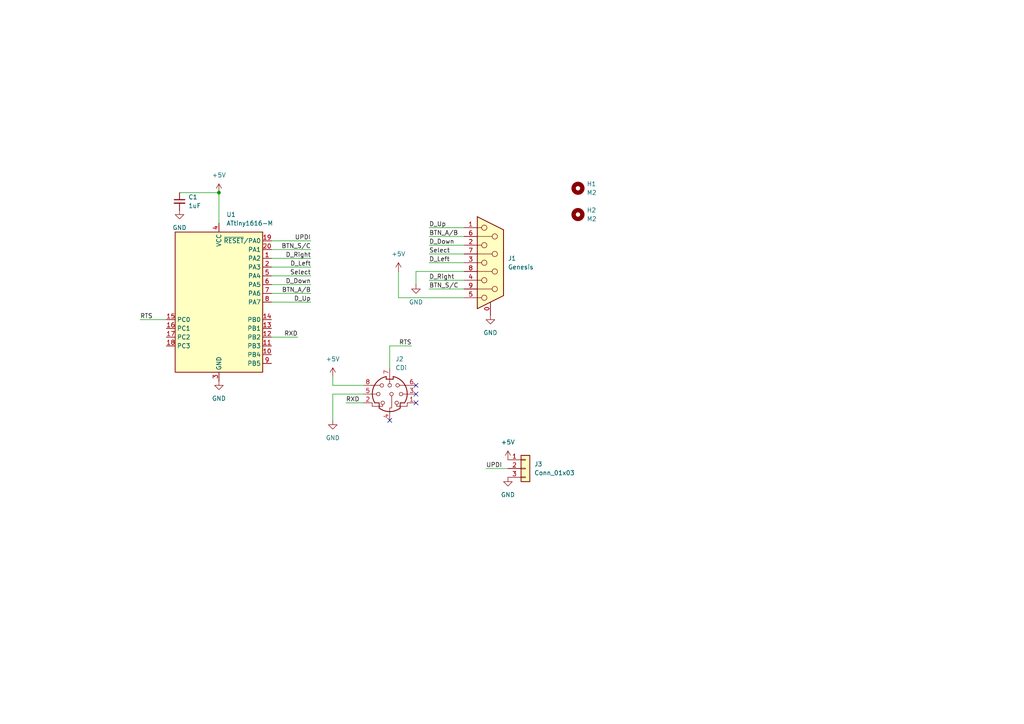
<source format=kicad_sch>
(kicad_sch (version 20250114) (generator "eeschema") (generator_version "9.0")
  (paper "A4")
  (lib_symbols
    (symbol "Connector:DE9_Socket_MountingHoles" (pin_names (offset 1.016) (hide yes))
      (property "Reference" "J" (at 0 16.51 0))
      (property "Value" "DE9_Socket_MountingHoles" (at 0 14.605 0))
      (symbol "DE9_Socket_MountingHoles_0_1"
        (polyline (pts (xy -3.81 13.335) (xy -3.81 -13.335) (xy 3.81 -9.525) (xy 3.81 9.525) (xy -3.81 13.335)) (stroke (width 0.254)) (fill (type background)))
        (polyline (pts (xy -3.81 10.16) (xy -2.54 10.16)))
        (polyline (pts (xy -3.81 7.62) (xy 0.508 7.62)))
        (polyline (pts (xy -3.81 5.08) (xy -2.54 5.08)))
        (polyline (pts (xy -3.81 2.54) (xy 0.508 2.54)))
        (polyline (pts (xy -3.81 0) (xy -2.54 0)))
        (polyline (pts (xy -3.81 -2.54) (xy 0.508 -2.54)))
        (polyline (pts (xy -3.81 -5.08) (xy -2.54 -5.08)))
        (polyline (pts (xy -3.81 -7.62) (xy 0.508 -7.62)))
        (polyline (pts (xy -3.81 -10.16) (xy -2.54 -10.16)))
        (circle (center -1.778 10.16) (radius 0.762))
        (circle (center -1.778 5.08) (radius 0.762))
        (circle (center -1.778 0) (radius 0.762))
        (circle (center -1.778 -5.08) (radius 0.762))
        (circle (center -1.778 -10.16) (radius 0.762))
        (circle (center 1.27 7.62) (radius 0.762))
        (circle (center 1.27 2.54) (radius 0.762))
        (circle (center 1.27 -2.54) (radius 0.762))
        (circle (center 1.27 -7.62) (radius 0.762))
      )
      (symbol "DE9_Socket_MountingHoles_1_1"
        (pin passive line (at -7.62 10.16 0) (length 3.81) (name "1") (number "1"))
        (pin passive line (at -7.62 7.62 0) (length 3.81) (name "6") (number "6"))
        (pin passive line (at -7.62 5.08 0) (length 3.81) (name "2") (number "2"))
        (pin passive line (at -7.62 2.54 0) (length 3.81) (name "7") (number "7"))
        (pin passive line (at -7.62 0 0) (length 3.81) (name "3") (number "3"))
        (pin passive line (at -7.62 -2.54 0) (length 3.81) (name "8") (number "8"))
        (pin passive line (at -7.62 -5.08 0) (length 3.81) (name "4") (number "4"))
        (pin passive line (at -7.62 -7.62 0) (length 3.81) (name "9") (number "9"))
        (pin passive line (at -7.62 -10.16 0) (length 3.81) (name "5") (number "5"))
        (pin passive line (at 0 -15.24 90) (length 3.81) (name "PAD") (number "0"))
      )
    )
    (symbol "Connector:Mini-DIN-8" (pin_names (offset 1.016))
      (property "Reference" "J2" (at 1.6511 10.16 0))
      (property "Value" "CDi" (at 1.6511 7.62 0))
      (symbol "Mini-DIN-8_0_1"
        (polyline (pts (xy -4.318 -2.54) (xy -3.048 -2.54) (xy -3.048 -4.064)) (stroke (width 0.254)))
        (polyline (pts (xy -3.81 0) (xy -5.08 0)))
        (circle (center -3.302 0) (radius 0.508))
        (polyline (pts (xy -2.794 2.54) (xy -5.334 2.54)))
        (circle (center -2.286 2.5146) (radius 0.508))
        (circle (center -2.032 -2.54) (radius 0.508))
        (polyline (pts (xy -2.032 -3.048) (xy -2.032 -3.556) (xy -5.08 -3.556) (xy -5.08 -2.54)))
        (polyline (pts (xy -1.016 5.08) (xy -1.016 4.318) (xy 1.016 4.318) (xy 1.016 5.08)) (stroke (width 0.254)))
        (polyline (pts (xy 0 5.1054) (xy 0 3.048)))
        (circle (center 0 2.54) (radius 0.508))
        (arc (start 3.048 -4.064) (mid 0 -5.08) (end -3.048 -4.064) (stroke (width 0.254)))
        (arc (start 1.016 5.08) (mid 4.6646 2.1356) (end 4.318 -2.54) (stroke (width 0.254)))
        (arc (start -4.318 -2.54) (mid -4.6241 2.1181) (end -1.016 5.08) (stroke (width 0.254)))
        (polyline (pts (xy 0.5842 -0.508) (xy 0.5842 -4.0132) (xy 0 -4.0132) (xy 0 -5.1816)))
        (circle (center 2.032 -2.54) (radius 0.508))
        (polyline (pts (xy 2.032 -3.048) (xy 2.032 -3.556) (xy 5.08 -3.556) (xy 5.08 -2.54)))
        (circle (center 2.286 2.54) (radius 0.508))
        (polyline (pts (xy 2.794 2.54) (xy 5.08 2.54)))
        (circle (center 3.302 0) (radius 0.508))
        (polyline (pts (xy 4.318 -2.54) (xy 3.048 -2.54) (xy 3.048 -4.064)) (stroke (width 0.254)))
        (polyline (pts (xy 5.08 0) (xy 3.81 0)))
      )
      (symbol "Mini-DIN-8_1_1"
        (circle (center 0.5334 0) (radius 0.508))
        (pin passive line (at -7.62 2.54 0) (length 2.54) (name "~") (number "8"))
        (pin passive line (at -7.62 0 0) (length 2.54) (name "~") (number "5"))
        (pin passive line (at -7.62 0 0) (length 2.54) (hide yes) (name "~") (number "MP"))
        (pin passive line (at -7.62 -2.54 0) (length 2.54) (name "~") (number "2"))
        (pin passive line (at 0 7.62 270) (length 2.54) (name "~") (number "7"))
        (pin passive line (at 0 -7.62 90) (length 2.54) (name "~") (number "4"))
        (pin passive line (at 7.62 2.54 180) (length 2.54) (name "~") (number "6"))
        (pin passive line (at 7.62 0 180) (length 2.54) (name "~") (number "3"))
        (pin passive line (at 7.62 -2.54 180) (length 2.54) (name "~") (number "1"))
      )
    )
    (symbol "Connector_Generic:Conn_01x03" (pin_names (offset 1.016) (hide yes))
      (property "Reference" "J" (at 0 5.08 0))
      (property "Value" "Conn_01x03" (at 0 -5.08 0))
      (symbol "Conn_01x03_1_1"
        (rectangle (start -1.27 3.81) (end 1.27 -3.81) (stroke (width 0.254)) (fill (type background)))
        (rectangle (start -1.27 2.667) (end 0 2.413) (stroke (width 0.1524)))
        (rectangle (start -1.27 0.127) (end 0 -0.127) (stroke (width 0.1524)))
        (rectangle (start -1.27 -2.413) (end 0 -2.667) (stroke (width 0.1524)))
        (pin passive line (at -5.08 2.54 0) (length 3.81) (name "Pin_1") (number "1"))
        (pin passive line (at -5.08 0 0) (length 3.81) (name "Pin_2") (number "2"))
        (pin passive line (at -5.08 -2.54 0) (length 3.81) (name "Pin_3") (number "3"))
      )
    )
    (symbol "Device:C_Small" (pin_numbers (hide yes)) (pin_names (offset 0.254) (hide yes))
      (property "Reference" "C" (at 0.254 1.778 0))
      (property "Value" "C_Small" (at 0.254 -2.032 0))
      (symbol "C_Small_0_1"
        (polyline (pts (xy -1.524 0.508) (xy 1.524 0.508)) (stroke (width 0.3048)))
        (polyline (pts (xy -1.524 -0.508) (xy 1.524 -0.508)) (stroke (width 0.3302)))
      )
      (symbol "C_Small_1_1"
        (pin passive line (at 0 2.54 270) (length 2.032) (name "~") (number "1"))
        (pin passive line (at 0 -2.54 90) (length 2.032) (name "~") (number "2"))
      )
    )
    (symbol "MCU_Microchip_ATtiny:ATtiny1616-M"
      (property "Reference" "U" (at -12.7 21.59 0))
      (property "Value" "ATtiny1616-M" (at 2.54 -21.59 0))
      (symbol "ATtiny1616-M_0_1"
        (rectangle (start -12.7 -20.32) (end 12.7 20.32) (stroke (width 0.254)) (fill (type background)))
      )
      (symbol "ATtiny1616-M_1_1"
        (pin bidirectional line (at -15.24 -5.08 0) (length 2.54) (name "PC0") (number "15"))
        (pin bidirectional line (at -15.24 -7.62 0) (length 2.54) (name "PC1") (number "16"))
        (pin bidirectional line (at -15.24 -10.16 0) (length 2.54) (name "PC2") (number "17"))
        (pin bidirectional line (at -15.24 -12.7 0) (length 2.54) (name "PC3") (number "18"))
        (pin power_in line (at 0 22.86 270) (length 2.54) (name "VCC") (number "4"))
        (pin passive line (at 0 -22.86 90) (length 2.54) (hide yes) (name "GND") (number "21"))
        (pin power_in line (at 0 -22.86 90) (length 2.54) (name "GND") (number "3"))
        (pin bidirectional line (at 15.24 17.78 180) (length 2.54) (name "~{RESET}/PA0") (number "19"))
        (pin bidirectional line (at 15.24 15.24 180) (length 2.54) (name "PA1") (number "20"))
        (pin bidirectional line (at 15.24 12.7 180) (length 2.54) (name "PA2") (number "1"))
        (pin bidirectional line (at 15.24 10.16 180) (length 2.54) (name "PA3") (number "2"))
        (pin bidirectional line (at 15.24 7.62 180) (length 2.54) (name "PA4") (number "5"))
        (pin bidirectional line (at 15.24 5.08 180) (length 2.54) (name "PA5") (number "6"))
        (pin bidirectional line (at 15.24 2.54 180) (length 2.54) (name "PA6") (number "7"))
        (pin bidirectional line (at 15.24 0 180) (length 2.54) (name "PA7") (number "8"))
        (pin bidirectional line (at 15.24 -5.08 180) (length 2.54) (name "PB0") (number "14"))
        (pin bidirectional line (at 15.24 -7.62 180) (length 2.54) (name "PB1") (number "13"))
        (pin bidirectional line (at 15.24 -10.16 180) (length 2.54) (name "PB2") (number "12"))
        (pin bidirectional line (at 15.24 -12.7 180) (length 2.54) (name "PB3") (number "11"))
        (pin bidirectional line (at 15.24 -15.24 180) (length 2.54) (name "PB4") (number "10"))
        (pin bidirectional line (at 15.24 -17.78 180) (length 2.54) (name "PB5") (number "9"))
      )
    )
    (symbol "Mechanical:MountingHole" (pin_names (offset 1.016)) (in_bom no)
      (property "Reference" "H" (at 0 5.08 0))
      (property "Value" "MountingHole" (at 0 3.175 0))
      (symbol "MountingHole_0_1"
        (circle (center 0 0) (radius 1.27) (stroke (width 1.27)))
      )
    )
    (symbol "power:+5V" (power) (pin_numbers (hide yes)) (pin_names (offset 0) (hide yes))
      (property "Value" "+5V" (at 0 3.556 0))
      (symbol "+5V_0_1"
        (polyline (pts (xy -0.762 1.27) (xy 0 2.54)))
        (polyline (pts (xy 0 2.54) (xy 0.762 1.27)))
        (polyline (pts (xy 0 0) (xy 0 2.54)))
      )
      (symbol "+5V_1_1"
        (pin power_in line (at 0 0 90) (length 0) (name "~") (number "1"))
      )
    )
    (symbol "power:GND" (power) (pin_numbers (hide yes)) (pin_names (offset 0) (hide yes))
      (property "Value" "GND" (at 0 -3.81 0))
      (symbol "GND_0_1"
        (polyline (pts (xy 0 0) (xy 0 -1.27) (xy 1.27 -1.27) (xy 0 -2.54) (xy -1.27 -1.27) (xy 0 -1.27)))
      )
      (symbol "GND_1_1"
        (pin power_in line (at 0 0 270) (length 0) (name "~") (number "1"))
      )
    )
  )
  (junction (at 63.5 55.88))
  (no_connect (at 113.03 121.92))
  (no_connect (at 120.65 114.3))
  (no_connect (at 120.65 111.76))
  (no_connect (at 120.65 116.84))
  (wire (pts (xy 124.46 71.12) (xy 134.62 71.12)))
  (wire (pts (xy 100.33 116.84) (xy 105.41 116.84)))
  (wire (pts (xy 124.46 81.28) (xy 134.62 81.28)))
  (wire (pts (xy 113.03 100.33) (xy 119.38 100.33)))
  (wire (pts (xy 78.74 77.47) (xy 90.17 77.47)))
  (wire (pts (xy 115.57 78.74) (xy 115.57 86.36)))
  (wire (pts (xy 78.74 80.01) (xy 90.17 80.01)))
  (wire (pts (xy 78.74 72.39) (xy 90.17 72.39)))
  (wire (pts (xy 78.74 87.63) (xy 90.17 87.63)))
  (wire (pts (xy 78.74 97.79) (xy 86.36 97.79)))
  (wire (pts (xy 134.62 78.74) (xy 120.65 78.74)))
  (wire (pts (xy 134.62 86.36) (xy 115.57 86.36)))
  (wire (pts (xy 48.26 92.71) (xy 40.64 92.71)))
  (wire (pts (xy 124.46 73.66) (xy 134.62 73.66)))
  (wire (pts (xy 124.46 68.58) (xy 134.62 68.58)))
  (wire (pts (xy 78.74 82.55) (xy 90.17 82.55)))
  (wire (pts (xy 105.41 114.3) (xy 96.52 114.3)))
  (wire (pts (xy 78.74 69.85) (xy 90.17 69.85)))
  (wire (pts (xy 124.46 83.82) (xy 134.62 83.82)))
  (wire (pts (xy 52.07 55.88) (xy 63.5 55.88)))
  (wire (pts (xy 78.74 85.09) (xy 90.17 85.09)))
  (wire (pts (xy 96.52 114.3) (xy 96.52 121.92)))
  (wire (pts (xy 140.97 135.89) (xy 147.32 135.89)))
  (wire (pts (xy 120.65 78.74) (xy 120.65 82.55)))
  (wire (pts (xy 105.41 111.76) (xy 96.52 111.76)))
  (wire (pts (xy 78.74 74.93) (xy 90.17 74.93)))
  (wire (pts (xy 124.46 66.04) (xy 134.62 66.04)))
  (wire (pts (xy 96.52 109.22) (xy 96.52 111.76)))
  (wire (pts (xy 113.03 106.68) (xy 113.03 100.33)))
  (wire (pts (xy 63.5 55.88) (xy 63.5 64.77)))
  (wire (pts (xy 124.46 76.2) (xy 134.62 76.2)))
  (label "BTN_A{slash}B" (at 90.17 85.09 180))
  (label "D_Down" (at 90.17 82.55 180))
  (label "D_Down" (at 124.46 71.12 0))
  (label "Select" (at 124.46 73.66 0))
  (label "RXD" (at 100.33 116.84 0))
  (label "BTN_S{slash}C" (at 124.46 83.82 0))
  (label "BTN_A{slash}B" (at 124.46 68.58 0))
  (label "Select" (at 90.17 80.01 180))
  (label "D_Right" (at 124.46 81.28 0))
  (label "RTS" (at 40.64 92.71 0))
  (label "D_Left" (at 124.46 76.2 0))
  (label "RTS" (at 119.38 100.33 180))
  (label "UPDI" (at 90.17 69.85 180))
  (label "D_Up" (at 124.46 66.04 0))
  (label "D_Right" (at 90.17 74.93 180))
  (label "D_Left" (at 90.17 77.47 180))
  (label "D_Up" (at 90.17 87.63 180))
  (label "BTN_S{slash}C" (at 90.17 72.39 180))
  (label "UPDI" (at 140.97 135.89 0))
  (label "RXD" (at 86.36 97.79 180))
  (symbol (lib_id "Device:C_Small") (at 52.07 58.42 0) (unit 1)
    (property "Reference" "C1" (at 54.61 57.1562 0) (effects (justify left)))
    (property "Value" "1uF" (at 54.61 59.6962 0) (effects (justify left)))
    (property "Footprint" "Capacitor_SMD:C_0805_2012Metric" (effects (hide yes)))
    (property "Description" "Unpolarized capacitor, small symbol" (effects (hide yes)))
  )
  (symbol (lib_id "power:GND") (at 142.24 91.44 0) (unit 1)
    (property "Reference" "#PWR01" (effects (hide yes)))
    (property "Value" "GND" (at 142.24 96.52 0))
    (property "Description" "Power symbol creates a global label with name \"GND\" , ground" (effects (hide yes)))
  )
  (symbol (lib_id "power:+5V") (at 147.32 133.35 0) (unit 1)
    (property "Reference" "#PWR09" (effects (hide yes)))
    (property "Value" "+5V" (at 147.32 128.27 0))
    (property "Description" "Power symbol creates a global label with name \"+5V\"" (effects (hide yes)))
  )
  (symbol (lib_id "Connector_Generic:Conn_01x03") (at 152.4 135.89 0) (unit 1)
    (property "Reference" "J3" (at 154.94 134.6199 0) (effects (justify left)))
    (property "Value" "Conn_01x03" (at 154.94 137.1599 0) (effects (justify left)))
    (property "Footprint" "UPDI:UPDI Pads" (effects (hide yes)))
    (property "Description" "Generic connector, single row, 01x03, script generated (kicad-library-utils/schlib/autogen/connector/)" (effects (hide yes)))
  )
  (symbol (lib_id "power:+5V") (at 63.5 55.88 0) (unit 1)
    (property "Reference" "#PWR03" (effects (hide yes)))
    (property "Value" "+5V" (at 63.5 50.8 0))
    (property "Description" "Power symbol creates a global label with name \"+5V\"" (effects (hide yes)))
  )
  (symbol (lib_id "power:GND") (at 63.5 110.49 0) (unit 1)
    (property "Reference" "#PWR02" (effects (hide yes)))
    (property "Value" "GND" (at 63.5 115.57 0))
    (property "Description" "Power symbol creates a global label with name \"GND\" , ground" (effects (hide yes)))
  )
  (symbol (lib_id "Connector:Mini-DIN-8") (at 113.03 114.3 0) (unit 1)
    (property "Reference" "J2" (at 114.6811 104.14 0) (effects (justify left)))
    (property "Value" "CDi" (at 114.6811 106.68 0) (effects (justify left)))
    (property "Footprint" "miniDIN:KMDGX8SN" (effects (hide yes)))
    (property "Datasheet" "http://service.powerdynamics.com/ec/Catalog17/Section%2011.pdf" (effects (hide yes)))
    (property "Description" "8-pin Mini-DIN connector" (effects (hide yes)))
  )
  (symbol (lib_id "power:GND") (at 147.32 138.43 0) (unit 1)
    (property "Reference" "#PWR010" (effects (hide yes)))
    (property "Value" "GND" (at 147.32 143.51 0))
    (property "Description" "Power symbol creates a global label with name \"GND\" , ground" (effects (hide yes)))
  )
  (symbol (lib_id "Mechanical:MountingHole") (at 167.64 62.23 0) (unit 1) (in_bom no)
    (property "Reference" "H2" (at 170.18 60.9599 0) (effects (justify left)))
    (property "Value" "M2" (at 170.18 63.4999 0) (effects (justify left)))
    (property "Footprint" "MountingHole:MountingHole_2.2mm_M2" (effects (hide yes)))
    (property "Description" "Mounting Hole without connection" (effects (hide yes)))
  )
  (symbol (lib_id "power:+5V") (at 96.52 109.22 0) (unit 1)
    (property "Reference" "#PWR08" (effects (hide yes)))
    (property "Value" "+5V" (at 96.52 104.14 0))
    (property "Description" "Power symbol creates a global label with name \"+5V\"" (effects (hide yes)))
  )
  (symbol (lib_id "power:GND") (at 52.07 60.96 0) (unit 1)
    (property "Reference" "#PWR04" (effects (hide yes)))
    (property "Value" "GND" (at 52.07 66.04 0))
    (property "Description" "Power symbol creates a global label with name \"GND\" , ground" (effects (hide yes)))
  )
  (symbol (lib_id "MCU_Microchip_ATtiny:ATtiny1616-M") (at 63.5 87.63 0) (unit 1)
    (property "Reference" "U1" (at 65.6433 62.23 0) (effects (justify left)))
    (property "Value" "ATtiny1616-M" (at 65.6433 64.77 0) (effects (justify left)))
    (property "Footprint" "Package_DFN_QFN:VQFN-20-1EP_3x3mm_P0.4mm_EP1.7x1.7mm" (effects (hide yes)))
    (property "Datasheet" "http://ww1.microchip.com/downloads/en/DeviceDoc/ATtiny3216_ATtiny1616-data-sheet-40001997B.pdf" (effects (hide yes)))
    (property "Description" "20MHz, 16kB Flash, 2kB SRAM, 256B EEPROM, VQFN-20" (effects (hide yes)))
  )
  (symbol (lib_id "power:GND") (at 96.52 121.92 0) (unit 1)
    (property "Reference" "#PWR07" (effects (hide yes)))
    (property "Value" "GND" (at 96.52 127 0))
    (property "Description" "Power symbol creates a global label with name \"GND\" , ground" (effects (hide yes)))
  )
  (symbol (lib_id "Mechanical:MountingHole") (at 167.64 54.61 0) (unit 1) (in_bom no)
    (property "Reference" "H1" (at 170.18 53.3399 0) (effects (justify left)))
    (property "Value" "M2" (at 170.18 55.8799 0) (effects (justify left)))
    (property "Footprint" "MountingHole:MountingHole_2.2mm_M2" (effects (hide yes)))
    (property "Description" "Mounting Hole without connection" (effects (hide yes)))
  )
  (symbol (lib_id "power:GND") (at 120.65 82.55 0) (unit 1)
    (property "Reference" "#PWR06" (effects (hide yes)))
    (property "Value" "GND" (at 120.65 87.63 0))
    (property "Description" "Power symbol creates a global label with name \"GND\" , ground" (effects (hide yes)))
  )
  (symbol (lib_id "Connector:DE9_Socket_MountingHoles") (at 142.24 76.2 0) (unit 1)
    (property "Reference" "J1" (at 147.32 74.9299 0) (effects (justify left)))
    (property "Value" "Genesis" (at 147.32 77.4699 0) (effects (justify left)))
    (property "Footprint" "Connector_Dsub:DSUB-9_Socket_Horizontal_P2.77x2.84mm_EdgePinOffset4.94mm_Housed_MountingHolesOffset4.94mm" (effects (hide yes)))
    (property "Description" "9-pin D-SUB connector, socket (female), Mounting Hole" (effects (hide yes)))
  )
  (symbol (lib_id "power:+5V") (at 115.57 78.74 0) (unit 1)
    (property "Reference" "#PWR05" (effects (hide yes)))
    (property "Value" "+5V" (at 115.57 73.66 0))
    (property "Description" "Power symbol creates a global label with name \"+5V\"" (effects (hide yes)))
  )
)
</source>
